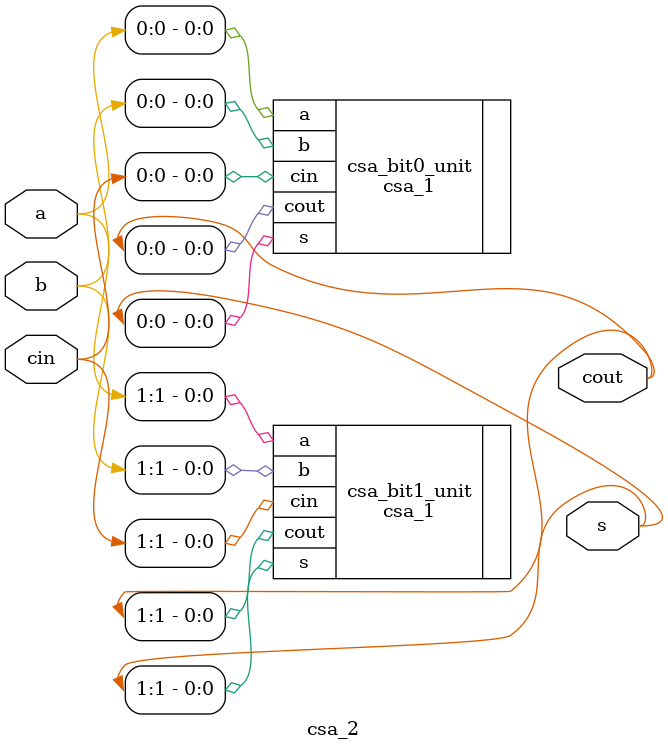
<source format=v>

module csa_2
(
    input wire [1:0] a,b,cin,
    output wire [1:0] s, cout
);

//instantiate 2 csa_1 bits
csa_1 csa_bit0_unit
(.a(a[0]), .b(b[0]), .cin(cin[0]), .s(s[0]), .cout(cout[0]));

csa_1 csa_bit1_unit
(.a(a[1]), .b(b[1]), .cin(cin[1]), .s(s[1]), .cout(cout[1]));

endmodule


</source>
